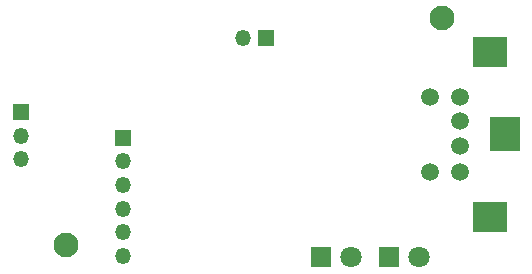
<source format=gbr>
G04 #@! TF.GenerationSoftware,KiCad,Pcbnew,(6.0.1-0)*
G04 #@! TF.CreationDate,2022-03-09T23:32:46+00:00*
G04 #@! TF.ProjectId,x1key,78316b65-792e-46b6-9963-61645f706362,1.2*
G04 #@! TF.SameCoordinates,Original*
G04 #@! TF.FileFunction,Soldermask,Bot*
G04 #@! TF.FilePolarity,Negative*
%FSLAX46Y46*%
G04 Gerber Fmt 4.6, Leading zero omitted, Abs format (unit mm)*
G04 Created by KiCad (PCBNEW (6.0.1-0)) date 2022-03-09 23:32:46*
%MOMM*%
%LPD*%
G01*
G04 APERTURE LIST*
%ADD10C,1.500000*%
%ADD11R,3.000000X2.500000*%
%ADD12R,2.500000X3.000000*%
%ADD13R,1.350000X1.350000*%
%ADD14O,1.350000X1.350000*%
%ADD15C,2.100000*%
%ADD16R,1.800000X1.800000*%
%ADD17C,1.800000*%
G04 APERTURE END LIST*
D10*
X92540000Y-92157000D03*
X92540000Y-94316000D03*
X92540000Y-90125000D03*
X92540000Y-96475000D03*
X90000000Y-90125000D03*
X90000000Y-96475000D03*
D11*
X95080000Y-86315000D03*
D12*
X96287800Y-93300000D03*
D11*
X95080000Y-100285000D03*
D13*
X63980000Y-93610000D03*
D14*
X63980000Y-95610000D03*
X63980000Y-97610000D03*
X63980000Y-99610000D03*
X63980000Y-101610000D03*
X63980000Y-103610000D03*
D15*
X91000000Y-83500000D03*
X59200000Y-102700000D03*
D13*
X76130000Y-85130000D03*
D14*
X74130000Y-85130000D03*
D16*
X86520000Y-103680000D03*
D17*
X89060000Y-103680000D03*
D16*
X80770000Y-103690000D03*
D17*
X83310000Y-103690000D03*
D13*
X55320000Y-91440000D03*
D14*
X55320000Y-93440000D03*
X55320000Y-95440000D03*
M02*

</source>
